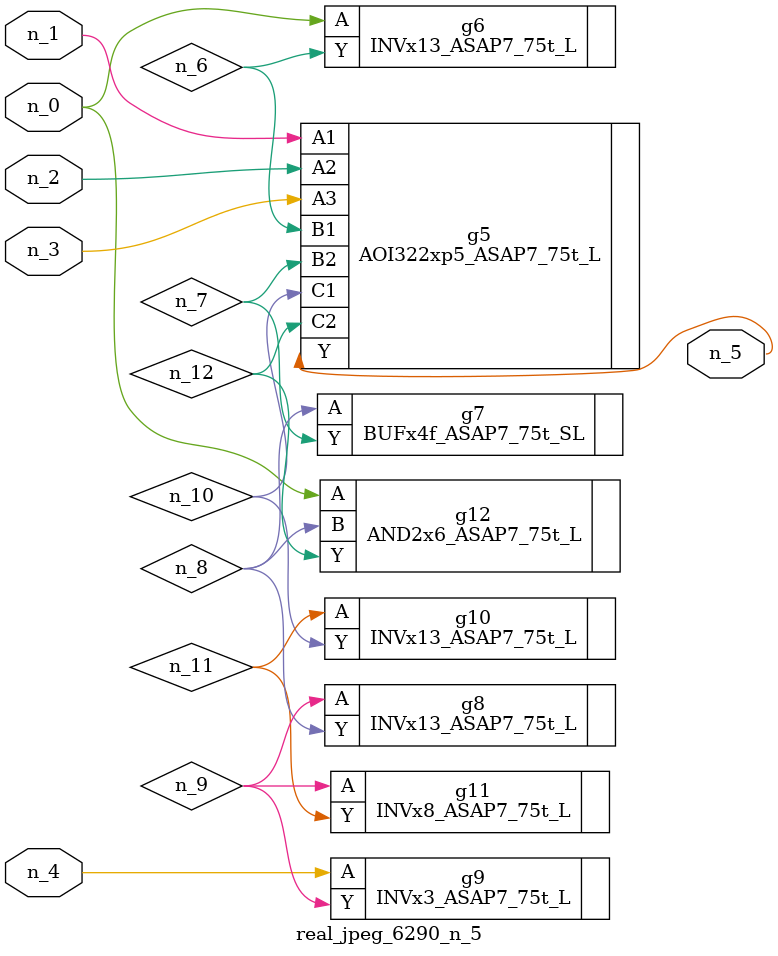
<source format=v>
module real_jpeg_6290_n_5 (n_4, n_0, n_1, n_2, n_3, n_5);

input n_4;
input n_0;
input n_1;
input n_2;
input n_3;

output n_5;

wire n_12;
wire n_8;
wire n_11;
wire n_6;
wire n_7;
wire n_10;
wire n_9;

INVx13_ASAP7_75t_L g6 ( 
.A(n_0),
.Y(n_6)
);

AND2x6_ASAP7_75t_L g12 ( 
.A(n_0),
.B(n_8),
.Y(n_12)
);

AOI322xp5_ASAP7_75t_L g5 ( 
.A1(n_1),
.A2(n_2),
.A3(n_3),
.B1(n_6),
.B2(n_7),
.C1(n_10),
.C2(n_12),
.Y(n_5)
);

INVx3_ASAP7_75t_L g9 ( 
.A(n_4),
.Y(n_9)
);

BUFx4f_ASAP7_75t_SL g7 ( 
.A(n_8),
.Y(n_7)
);

INVx13_ASAP7_75t_L g8 ( 
.A(n_9),
.Y(n_8)
);

INVx8_ASAP7_75t_L g11 ( 
.A(n_9),
.Y(n_11)
);

INVx13_ASAP7_75t_L g10 ( 
.A(n_11),
.Y(n_10)
);


endmodule
</source>
